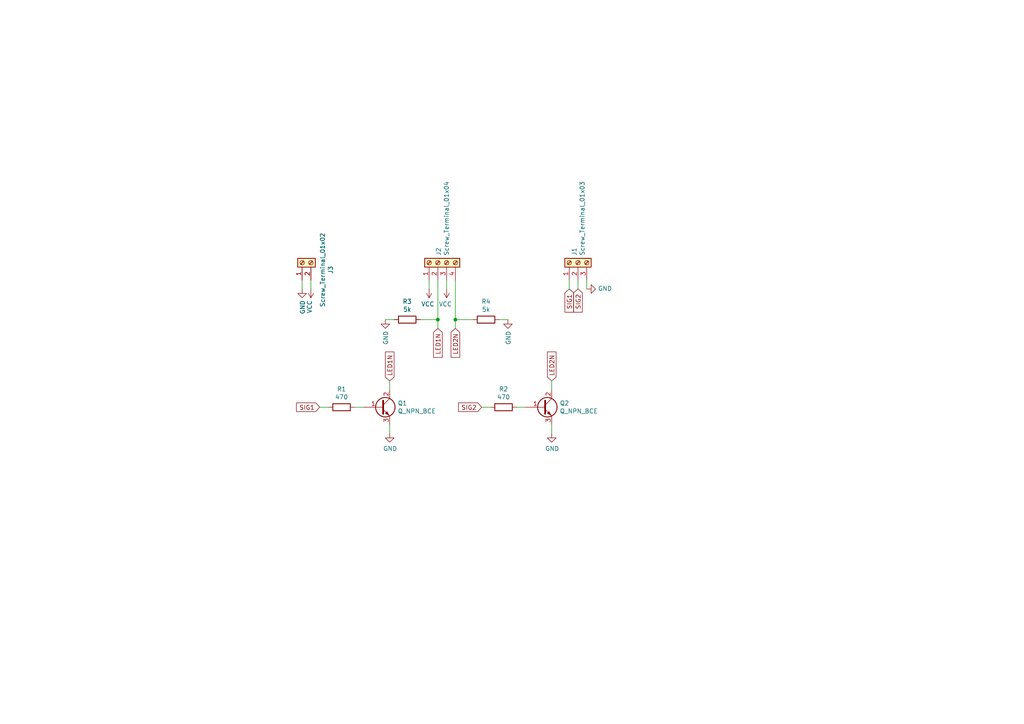
<source format=kicad_sch>
(kicad_sch (version 20211123) (generator eeschema)

  (uuid c201e1b2-fc01-4110-bdaa-a33290468c83)

  (paper "A4")

  (title_block
    (title "LED Module")
    (date "2021-08-19")
    (rev "v01")
    (comment 4 "Author: GHOSCHT")
  )

  (lib_symbols
    (symbol "Connector:Screw_Terminal_01x02" (pin_names (offset 1.016) hide) (in_bom yes) (on_board yes)
      (property "Reference" "J" (id 0) (at 0 2.54 0)
        (effects (font (size 1.27 1.27)))
      )
      (property "Value" "Screw_Terminal_01x02" (id 1) (at 0 -5.08 0)
        (effects (font (size 1.27 1.27)))
      )
      (property "Footprint" "" (id 2) (at 0 0 0)
        (effects (font (size 1.27 1.27)) hide)
      )
      (property "Datasheet" "~" (id 3) (at 0 0 0)
        (effects (font (size 1.27 1.27)) hide)
      )
      (property "ki_keywords" "screw terminal" (id 4) (at 0 0 0)
        (effects (font (size 1.27 1.27)) hide)
      )
      (property "ki_description" "Generic screw terminal, single row, 01x02, script generated (kicad-library-utils/schlib/autogen/connector/)" (id 5) (at 0 0 0)
        (effects (font (size 1.27 1.27)) hide)
      )
      (property "ki_fp_filters" "TerminalBlock*:*" (id 6) (at 0 0 0)
        (effects (font (size 1.27 1.27)) hide)
      )
      (symbol "Screw_Terminal_01x02_1_1"
        (rectangle (start -1.27 1.27) (end 1.27 -3.81)
          (stroke (width 0.254) (type default) (color 0 0 0 0))
          (fill (type background))
        )
        (circle (center 0 -2.54) (radius 0.635)
          (stroke (width 0.1524) (type default) (color 0 0 0 0))
          (fill (type none))
        )
        (polyline
          (pts
            (xy -0.5334 -2.2098)
            (xy 0.3302 -3.048)
          )
          (stroke (width 0.1524) (type default) (color 0 0 0 0))
          (fill (type none))
        )
        (polyline
          (pts
            (xy -0.5334 0.3302)
            (xy 0.3302 -0.508)
          )
          (stroke (width 0.1524) (type default) (color 0 0 0 0))
          (fill (type none))
        )
        (polyline
          (pts
            (xy -0.3556 -2.032)
            (xy 0.508 -2.8702)
          )
          (stroke (width 0.1524) (type default) (color 0 0 0 0))
          (fill (type none))
        )
        (polyline
          (pts
            (xy -0.3556 0.508)
            (xy 0.508 -0.3302)
          )
          (stroke (width 0.1524) (type default) (color 0 0 0 0))
          (fill (type none))
        )
        (circle (center 0 0) (radius 0.635)
          (stroke (width 0.1524) (type default) (color 0 0 0 0))
          (fill (type none))
        )
        (pin passive line (at -5.08 0 0) (length 3.81)
          (name "Pin_1" (effects (font (size 1.27 1.27))))
          (number "1" (effects (font (size 1.27 1.27))))
        )
        (pin passive line (at -5.08 -2.54 0) (length 3.81)
          (name "Pin_2" (effects (font (size 1.27 1.27))))
          (number "2" (effects (font (size 1.27 1.27))))
        )
      )
    )
    (symbol "Connector:Screw_Terminal_01x03" (pin_names (offset 1.016) hide) (in_bom yes) (on_board yes)
      (property "Reference" "J" (id 0) (at 0 5.08 0)
        (effects (font (size 1.27 1.27)))
      )
      (property "Value" "Screw_Terminal_01x03" (id 1) (at 0 -5.08 0)
        (effects (font (size 1.27 1.27)))
      )
      (property "Footprint" "" (id 2) (at 0 0 0)
        (effects (font (size 1.27 1.27)) hide)
      )
      (property "Datasheet" "~" (id 3) (at 0 0 0)
        (effects (font (size 1.27 1.27)) hide)
      )
      (property "ki_keywords" "screw terminal" (id 4) (at 0 0 0)
        (effects (font (size 1.27 1.27)) hide)
      )
      (property "ki_description" "Generic screw terminal, single row, 01x03, script generated (kicad-library-utils/schlib/autogen/connector/)" (id 5) (at 0 0 0)
        (effects (font (size 1.27 1.27)) hide)
      )
      (property "ki_fp_filters" "TerminalBlock*:*" (id 6) (at 0 0 0)
        (effects (font (size 1.27 1.27)) hide)
      )
      (symbol "Screw_Terminal_01x03_1_1"
        (rectangle (start -1.27 3.81) (end 1.27 -3.81)
          (stroke (width 0.254) (type default) (color 0 0 0 0))
          (fill (type background))
        )
        (circle (center 0 -2.54) (radius 0.635)
          (stroke (width 0.1524) (type default) (color 0 0 0 0))
          (fill (type none))
        )
        (polyline
          (pts
            (xy -0.5334 -2.2098)
            (xy 0.3302 -3.048)
          )
          (stroke (width 0.1524) (type default) (color 0 0 0 0))
          (fill (type none))
        )
        (polyline
          (pts
            (xy -0.5334 0.3302)
            (xy 0.3302 -0.508)
          )
          (stroke (width 0.1524) (type default) (color 0 0 0 0))
          (fill (type none))
        )
        (polyline
          (pts
            (xy -0.5334 2.8702)
            (xy 0.3302 2.032)
          )
          (stroke (width 0.1524) (type default) (color 0 0 0 0))
          (fill (type none))
        )
        (polyline
          (pts
            (xy -0.3556 -2.032)
            (xy 0.508 -2.8702)
          )
          (stroke (width 0.1524) (type default) (color 0 0 0 0))
          (fill (type none))
        )
        (polyline
          (pts
            (xy -0.3556 0.508)
            (xy 0.508 -0.3302)
          )
          (stroke (width 0.1524) (type default) (color 0 0 0 0))
          (fill (type none))
        )
        (polyline
          (pts
            (xy -0.3556 3.048)
            (xy 0.508 2.2098)
          )
          (stroke (width 0.1524) (type default) (color 0 0 0 0))
          (fill (type none))
        )
        (circle (center 0 0) (radius 0.635)
          (stroke (width 0.1524) (type default) (color 0 0 0 0))
          (fill (type none))
        )
        (circle (center 0 2.54) (radius 0.635)
          (stroke (width 0.1524) (type default) (color 0 0 0 0))
          (fill (type none))
        )
        (pin passive line (at -5.08 2.54 0) (length 3.81)
          (name "Pin_1" (effects (font (size 1.27 1.27))))
          (number "1" (effects (font (size 1.27 1.27))))
        )
        (pin passive line (at -5.08 0 0) (length 3.81)
          (name "Pin_2" (effects (font (size 1.27 1.27))))
          (number "2" (effects (font (size 1.27 1.27))))
        )
        (pin passive line (at -5.08 -2.54 0) (length 3.81)
          (name "Pin_3" (effects (font (size 1.27 1.27))))
          (number "3" (effects (font (size 1.27 1.27))))
        )
      )
    )
    (symbol "Connector:Screw_Terminal_01x04" (pin_names (offset 1.016) hide) (in_bom yes) (on_board yes)
      (property "Reference" "J" (id 0) (at 0 5.08 0)
        (effects (font (size 1.27 1.27)))
      )
      (property "Value" "Screw_Terminal_01x04" (id 1) (at 0 -7.62 0)
        (effects (font (size 1.27 1.27)))
      )
      (property "Footprint" "" (id 2) (at 0 0 0)
        (effects (font (size 1.27 1.27)) hide)
      )
      (property "Datasheet" "~" (id 3) (at 0 0 0)
        (effects (font (size 1.27 1.27)) hide)
      )
      (property "ki_keywords" "screw terminal" (id 4) (at 0 0 0)
        (effects (font (size 1.27 1.27)) hide)
      )
      (property "ki_description" "Generic screw terminal, single row, 01x04, script generated (kicad-library-utils/schlib/autogen/connector/)" (id 5) (at 0 0 0)
        (effects (font (size 1.27 1.27)) hide)
      )
      (property "ki_fp_filters" "TerminalBlock*:*" (id 6) (at 0 0 0)
        (effects (font (size 1.27 1.27)) hide)
      )
      (symbol "Screw_Terminal_01x04_1_1"
        (rectangle (start -1.27 3.81) (end 1.27 -6.35)
          (stroke (width 0.254) (type default) (color 0 0 0 0))
          (fill (type background))
        )
        (circle (center 0 -5.08) (radius 0.635)
          (stroke (width 0.1524) (type default) (color 0 0 0 0))
          (fill (type none))
        )
        (circle (center 0 -2.54) (radius 0.635)
          (stroke (width 0.1524) (type default) (color 0 0 0 0))
          (fill (type none))
        )
        (polyline
          (pts
            (xy -0.5334 -4.7498)
            (xy 0.3302 -5.588)
          )
          (stroke (width 0.1524) (type default) (color 0 0 0 0))
          (fill (type none))
        )
        (polyline
          (pts
            (xy -0.5334 -2.2098)
            (xy 0.3302 -3.048)
          )
          (stroke (width 0.1524) (type default) (color 0 0 0 0))
          (fill (type none))
        )
        (polyline
          (pts
            (xy -0.5334 0.3302)
            (xy 0.3302 -0.508)
          )
          (stroke (width 0.1524) (type default) (color 0 0 0 0))
          (fill (type none))
        )
        (polyline
          (pts
            (xy -0.5334 2.8702)
            (xy 0.3302 2.032)
          )
          (stroke (width 0.1524) (type default) (color 0 0 0 0))
          (fill (type none))
        )
        (polyline
          (pts
            (xy -0.3556 -4.572)
            (xy 0.508 -5.4102)
          )
          (stroke (width 0.1524) (type default) (color 0 0 0 0))
          (fill (type none))
        )
        (polyline
          (pts
            (xy -0.3556 -2.032)
            (xy 0.508 -2.8702)
          )
          (stroke (width 0.1524) (type default) (color 0 0 0 0))
          (fill (type none))
        )
        (polyline
          (pts
            (xy -0.3556 0.508)
            (xy 0.508 -0.3302)
          )
          (stroke (width 0.1524) (type default) (color 0 0 0 0))
          (fill (type none))
        )
        (polyline
          (pts
            (xy -0.3556 3.048)
            (xy 0.508 2.2098)
          )
          (stroke (width 0.1524) (type default) (color 0 0 0 0))
          (fill (type none))
        )
        (circle (center 0 0) (radius 0.635)
          (stroke (width 0.1524) (type default) (color 0 0 0 0))
          (fill (type none))
        )
        (circle (center 0 2.54) (radius 0.635)
          (stroke (width 0.1524) (type default) (color 0 0 0 0))
          (fill (type none))
        )
        (pin passive line (at -5.08 2.54 0) (length 3.81)
          (name "Pin_1" (effects (font (size 1.27 1.27))))
          (number "1" (effects (font (size 1.27 1.27))))
        )
        (pin passive line (at -5.08 0 0) (length 3.81)
          (name "Pin_2" (effects (font (size 1.27 1.27))))
          (number "2" (effects (font (size 1.27 1.27))))
        )
        (pin passive line (at -5.08 -2.54 0) (length 3.81)
          (name "Pin_3" (effects (font (size 1.27 1.27))))
          (number "3" (effects (font (size 1.27 1.27))))
        )
        (pin passive line (at -5.08 -5.08 0) (length 3.81)
          (name "Pin_4" (effects (font (size 1.27 1.27))))
          (number "4" (effects (font (size 1.27 1.27))))
        )
      )
    )
    (symbol "Device:Q_NPN_BCE" (pin_names (offset 0) hide) (in_bom yes) (on_board yes)
      (property "Reference" "Q" (id 0) (at 5.08 1.27 0)
        (effects (font (size 1.27 1.27)) (justify left))
      )
      (property "Value" "Q_NPN_BCE" (id 1) (at 5.08 -1.27 0)
        (effects (font (size 1.27 1.27)) (justify left))
      )
      (property "Footprint" "" (id 2) (at 5.08 2.54 0)
        (effects (font (size 1.27 1.27)) hide)
      )
      (property "Datasheet" "~" (id 3) (at 0 0 0)
        (effects (font (size 1.27 1.27)) hide)
      )
      (property "ki_keywords" "transistor NPN" (id 4) (at 0 0 0)
        (effects (font (size 1.27 1.27)) hide)
      )
      (property "ki_description" "NPN transistor, base/collector/emitter" (id 5) (at 0 0 0)
        (effects (font (size 1.27 1.27)) hide)
      )
      (symbol "Q_NPN_BCE_0_1"
        (polyline
          (pts
            (xy 0.635 0.635)
            (xy 2.54 2.54)
          )
          (stroke (width 0) (type default) (color 0 0 0 0))
          (fill (type none))
        )
        (polyline
          (pts
            (xy 0.635 -0.635)
            (xy 2.54 -2.54)
            (xy 2.54 -2.54)
          )
          (stroke (width 0) (type default) (color 0 0 0 0))
          (fill (type none))
        )
        (polyline
          (pts
            (xy 0.635 1.905)
            (xy 0.635 -1.905)
            (xy 0.635 -1.905)
          )
          (stroke (width 0.508) (type default) (color 0 0 0 0))
          (fill (type none))
        )
        (polyline
          (pts
            (xy 1.27 -1.778)
            (xy 1.778 -1.27)
            (xy 2.286 -2.286)
            (xy 1.27 -1.778)
            (xy 1.27 -1.778)
          )
          (stroke (width 0) (type default) (color 0 0 0 0))
          (fill (type outline))
        )
        (circle (center 1.27 0) (radius 2.8194)
          (stroke (width 0.254) (type default) (color 0 0 0 0))
          (fill (type none))
        )
      )
      (symbol "Q_NPN_BCE_1_1"
        (pin input line (at -5.08 0 0) (length 5.715)
          (name "B" (effects (font (size 1.27 1.27))))
          (number "1" (effects (font (size 1.27 1.27))))
        )
        (pin passive line (at 2.54 5.08 270) (length 2.54)
          (name "C" (effects (font (size 1.27 1.27))))
          (number "2" (effects (font (size 1.27 1.27))))
        )
        (pin passive line (at 2.54 -5.08 90) (length 2.54)
          (name "E" (effects (font (size 1.27 1.27))))
          (number "3" (effects (font (size 1.27 1.27))))
        )
      )
    )
    (symbol "Device:R" (pin_numbers hide) (pin_names (offset 0)) (in_bom yes) (on_board yes)
      (property "Reference" "R" (id 0) (at 2.032 0 90)
        (effects (font (size 1.27 1.27)))
      )
      (property "Value" "R" (id 1) (at 0 0 90)
        (effects (font (size 1.27 1.27)))
      )
      (property "Footprint" "" (id 2) (at -1.778 0 90)
        (effects (font (size 1.27 1.27)) hide)
      )
      (property "Datasheet" "~" (id 3) (at 0 0 0)
        (effects (font (size 1.27 1.27)) hide)
      )
      (property "ki_keywords" "R res resistor" (id 4) (at 0 0 0)
        (effects (font (size 1.27 1.27)) hide)
      )
      (property "ki_description" "Resistor" (id 5) (at 0 0 0)
        (effects (font (size 1.27 1.27)) hide)
      )
      (property "ki_fp_filters" "R_*" (id 6) (at 0 0 0)
        (effects (font (size 1.27 1.27)) hide)
      )
      (symbol "R_0_1"
        (rectangle (start -1.016 -2.54) (end 1.016 2.54)
          (stroke (width 0.254) (type default) (color 0 0 0 0))
          (fill (type none))
        )
      )
      (symbol "R_1_1"
        (pin passive line (at 0 3.81 270) (length 1.27)
          (name "~" (effects (font (size 1.27 1.27))))
          (number "1" (effects (font (size 1.27 1.27))))
        )
        (pin passive line (at 0 -3.81 90) (length 1.27)
          (name "~" (effects (font (size 1.27 1.27))))
          (number "2" (effects (font (size 1.27 1.27))))
        )
      )
    )
    (symbol "power:GND" (power) (pin_names (offset 0)) (in_bom yes) (on_board yes)
      (property "Reference" "#PWR" (id 0) (at 0 -6.35 0)
        (effects (font (size 1.27 1.27)) hide)
      )
      (property "Value" "GND" (id 1) (at 0 -3.81 0)
        (effects (font (size 1.27 1.27)))
      )
      (property "Footprint" "" (id 2) (at 0 0 0)
        (effects (font (size 1.27 1.27)) hide)
      )
      (property "Datasheet" "" (id 3) (at 0 0 0)
        (effects (font (size 1.27 1.27)) hide)
      )
      (property "ki_keywords" "power-flag" (id 4) (at 0 0 0)
        (effects (font (size 1.27 1.27)) hide)
      )
      (property "ki_description" "Power symbol creates a global label with name \"GND\" , ground" (id 5) (at 0 0 0)
        (effects (font (size 1.27 1.27)) hide)
      )
      (symbol "GND_0_1"
        (polyline
          (pts
            (xy 0 0)
            (xy 0 -1.27)
            (xy 1.27 -1.27)
            (xy 0 -2.54)
            (xy -1.27 -1.27)
            (xy 0 -1.27)
          )
          (stroke (width 0) (type default) (color 0 0 0 0))
          (fill (type none))
        )
      )
      (symbol "GND_1_1"
        (pin power_in line (at 0 0 270) (length 0) hide
          (name "GND" (effects (font (size 1.27 1.27))))
          (number "1" (effects (font (size 1.27 1.27))))
        )
      )
    )
    (symbol "power:VCC" (power) (pin_names (offset 0)) (in_bom yes) (on_board yes)
      (property "Reference" "#PWR" (id 0) (at 0 -3.81 0)
        (effects (font (size 1.27 1.27)) hide)
      )
      (property "Value" "VCC" (id 1) (at 0 3.81 0)
        (effects (font (size 1.27 1.27)))
      )
      (property "Footprint" "" (id 2) (at 0 0 0)
        (effects (font (size 1.27 1.27)) hide)
      )
      (property "Datasheet" "" (id 3) (at 0 0 0)
        (effects (font (size 1.27 1.27)) hide)
      )
      (property "ki_keywords" "power-flag" (id 4) (at 0 0 0)
        (effects (font (size 1.27 1.27)) hide)
      )
      (property "ki_description" "Power symbol creates a global label with name \"VCC\"" (id 5) (at 0 0 0)
        (effects (font (size 1.27 1.27)) hide)
      )
      (symbol "VCC_0_1"
        (polyline
          (pts
            (xy -0.762 1.27)
            (xy 0 2.54)
          )
          (stroke (width 0) (type default) (color 0 0 0 0))
          (fill (type none))
        )
        (polyline
          (pts
            (xy 0 0)
            (xy 0 2.54)
          )
          (stroke (width 0) (type default) (color 0 0 0 0))
          (fill (type none))
        )
        (polyline
          (pts
            (xy 0 2.54)
            (xy 0.762 1.27)
          )
          (stroke (width 0) (type default) (color 0 0 0 0))
          (fill (type none))
        )
      )
      (symbol "VCC_1_1"
        (pin power_in line (at 0 0 90) (length 0) hide
          (name "VCC" (effects (font (size 1.27 1.27))))
          (number "1" (effects (font (size 1.27 1.27))))
        )
      )
    )
  )

  (junction (at 132.08 92.71) (diameter 0) (color 0 0 0 0)
    (uuid 03c52831-5dc5-43c5-a442-8d23643b46fb)
  )
  (junction (at 127 92.71) (diameter 0) (color 0 0 0 0)
    (uuid 0b21a65d-d20b-411e-920a-75c343ac5136)
  )

  (wire (pts (xy 102.87 118.11) (xy 105.41 118.11))
    (stroke (width 0) (type default) (color 0 0 0 0))
    (uuid 0d0bb7b2-a6e5-46d2-9492-a1aa6e5a7b2f)
  )
  (wire (pts (xy 127 92.71) (xy 127 95.25))
    (stroke (width 0) (type default) (color 0 0 0 0))
    (uuid 3cd1bda0-18db-417d-b581-a0c50623df68)
  )
  (wire (pts (xy 129.54 81.28) (xy 129.54 83.82))
    (stroke (width 0) (type default) (color 0 0 0 0))
    (uuid 3f5fe6b7-98fc-4d3e-9567-f9f7202d1455)
  )
  (wire (pts (xy 113.03 123.19) (xy 113.03 125.73))
    (stroke (width 0) (type default) (color 0 0 0 0))
    (uuid 54365317-1355-4216-bb75-829375abc4ec)
  )
  (wire (pts (xy 127 81.28) (xy 127 92.71))
    (stroke (width 0) (type default) (color 0 0 0 0))
    (uuid 5cbb5968-dbb5-4b84-864a-ead1cacf75b9)
  )
  (wire (pts (xy 160.02 110.49) (xy 160.02 113.03))
    (stroke (width 0) (type default) (color 0 0 0 0))
    (uuid 5fc27c35-3e1c-4f96-817c-93b5570858a6)
  )
  (wire (pts (xy 90.17 81.28) (xy 90.17 83.82))
    (stroke (width 0) (type default) (color 0 0 0 0))
    (uuid 6a45789b-3855-401f-8139-3c734f7f52f9)
  )
  (wire (pts (xy 87.63 81.28) (xy 87.63 83.82))
    (stroke (width 0) (type default) (color 0 0 0 0))
    (uuid 6c9b793c-e74d-4754-a2c0-901e73b26f1c)
  )
  (wire (pts (xy 167.64 81.28) (xy 167.64 83.82))
    (stroke (width 0) (type default) (color 0 0 0 0))
    (uuid 6e105729-aba0-497c-a99e-c32d2b3ddb6d)
  )
  (wire (pts (xy 165.1 81.28) (xy 165.1 83.82))
    (stroke (width 0) (type default) (color 0 0 0 0))
    (uuid 78cbdd6c-4878-4cc5-9a58-0e506478e37d)
  )
  (wire (pts (xy 170.18 81.28) (xy 170.18 83.82))
    (stroke (width 0) (type default) (color 0 0 0 0))
    (uuid 983c426c-24e0-4c65-ab69-1f1824adc5c6)
  )
  (wire (pts (xy 132.08 92.71) (xy 132.08 95.25))
    (stroke (width 0) (type default) (color 0 0 0 0))
    (uuid a1823eb2-fb0d-4ed8-8b96-04184ac3a9d5)
  )
  (wire (pts (xy 160.02 123.19) (xy 160.02 125.73))
    (stroke (width 0) (type default) (color 0 0 0 0))
    (uuid a3e4f0ae-9f86-49e9-b386-ed8b42e012fb)
  )
  (wire (pts (xy 92.71 118.11) (xy 95.25 118.11))
    (stroke (width 0) (type default) (color 0 0 0 0))
    (uuid a690fc6c-55d9-47e6-b533-faa4b67e20f3)
  )
  (wire (pts (xy 124.46 81.28) (xy 124.46 83.82))
    (stroke (width 0) (type default) (color 0 0 0 0))
    (uuid afb8e687-4a13-41a1-b8c0-89a749e897fe)
  )
  (wire (pts (xy 149.86 118.11) (xy 152.4 118.11))
    (stroke (width 0) (type default) (color 0 0 0 0))
    (uuid b1169a2d-8998-4b50-a48d-c520bcc1b8e1)
  )
  (wire (pts (xy 132.08 81.28) (xy 132.08 92.71))
    (stroke (width 0) (type default) (color 0 0 0 0))
    (uuid bb7f0588-d4d8-44bf-9ebf-3c533fe4d6ae)
  )
  (wire (pts (xy 111.76 92.71) (xy 114.3 92.71))
    (stroke (width 0) (type default) (color 0 0 0 0))
    (uuid bfc0aadc-38cf-466e-a642-68fdc3138c78)
  )
  (wire (pts (xy 113.03 110.49) (xy 113.03 113.03))
    (stroke (width 0) (type default) (color 0 0 0 0))
    (uuid c144caa5-b0d4-4cef-840a-d4ad178a2102)
  )
  (wire (pts (xy 144.78 92.71) (xy 147.32 92.71))
    (stroke (width 0) (type default) (color 0 0 0 0))
    (uuid d4a1d3c4-b315-4bec-9220-d12a9eab51e0)
  )
  (wire (pts (xy 132.08 92.71) (xy 137.16 92.71))
    (stroke (width 0) (type default) (color 0 0 0 0))
    (uuid d57dcfee-5058-4fc2-a68b-05f9a48f685b)
  )
  (wire (pts (xy 139.7 118.11) (xy 142.24 118.11))
    (stroke (width 0) (type default) (color 0 0 0 0))
    (uuid efeac2a2-7682-4dc7-83ee-f6f1b23da506)
  )
  (wire (pts (xy 121.92 92.71) (xy 127 92.71))
    (stroke (width 0) (type default) (color 0 0 0 0))
    (uuid fe8d9267-7834-48d6-a191-c8724b2ee78d)
  )

  (global_label "SIG2" (shape input) (at 167.64 83.82 270) (fields_autoplaced)
    (effects (font (size 1.27 1.27)) (justify right))
    (uuid 13abf99d-5265-4779-8973-e94370fd18ff)
    (property "Intersheet References" "${INTERSHEET_REFS}" (id 0) (at 0 0 0)
      (effects (font (size 1.27 1.27)) hide)
    )
  )
  (global_label "SIG1" (shape input) (at 165.1 83.82 270) (fields_autoplaced)
    (effects (font (size 1.27 1.27)) (justify right))
    (uuid 32667662-ae86-4904-b198-3e95f11851bf)
    (property "Intersheet References" "${INTERSHEET_REFS}" (id 0) (at 0 0 0)
      (effects (font (size 1.27 1.27)) hide)
    )
  )
  (global_label "LED2N" (shape input) (at 132.08 95.25 270) (fields_autoplaced)
    (effects (font (size 1.27 1.27)) (justify right))
    (uuid 62c076a3-d618-44a2-9042-9a08b3576787)
    (property "Intersheet References" "${INTERSHEET_REFS}" (id 0) (at 0 0 0)
      (effects (font (size 1.27 1.27)) hide)
    )
  )
  (global_label "LED1N" (shape input) (at 127 95.25 270) (fields_autoplaced)
    (effects (font (size 1.27 1.27)) (justify right))
    (uuid c1d83899-e380-49f9-a87d-8e78bc089ebf)
    (property "Intersheet References" "${INTERSHEET_REFS}" (id 0) (at 0 0 0)
      (effects (font (size 1.27 1.27)) hide)
    )
  )
  (global_label "SIG2" (shape input) (at 139.7 118.11 180) (fields_autoplaced)
    (effects (font (size 1.27 1.27)) (justify right))
    (uuid e8314017-7be6-4011-9179-37449a29b311)
    (property "Intersheet References" "${INTERSHEET_REFS}" (id 0) (at 0 0 0)
      (effects (font (size 1.27 1.27)) hide)
    )
  )
  (global_label "LED2N" (shape input) (at 160.02 110.49 90) (fields_autoplaced)
    (effects (font (size 1.27 1.27)) (justify left))
    (uuid eb667eea-300e-4ca7-8a6f-4b00de80cd45)
    (property "Intersheet References" "${INTERSHEET_REFS}" (id 0) (at 0 0 0)
      (effects (font (size 1.27 1.27)) hide)
    )
  )
  (global_label "LED1N" (shape input) (at 113.03 110.49 90) (fields_autoplaced)
    (effects (font (size 1.27 1.27)) (justify left))
    (uuid ef8fe2ac-6a7f-4682-9418-b801a1b10a3b)
    (property "Intersheet References" "${INTERSHEET_REFS}" (id 0) (at 0 0 0)
      (effects (font (size 1.27 1.27)) hide)
    )
  )
  (global_label "SIG1" (shape input) (at 92.71 118.11 180) (fields_autoplaced)
    (effects (font (size 1.27 1.27)) (justify right))
    (uuid f1830a1b-f0cc-47ae-a2c9-679c82032f14)
    (property "Intersheet References" "${INTERSHEET_REFS}" (id 0) (at 0 0 0)
      (effects (font (size 1.27 1.27)) hide)
    )
  )

  (symbol (lib_id "Connector:Screw_Terminal_01x03") (at 167.64 76.2 90) (unit 1)
    (in_bom yes) (on_board yes)
    (uuid 00000000-0000-0000-0000-0000611c0292)
    (property "Reference" "J1" (id 0) (at 166.5732 74.168 0)
      (effects (font (size 1.27 1.27)) (justify left))
    )
    (property "Value" "Screw_Terminal_01x03" (id 1) (at 168.8846 74.168 0)
      (effects (font (size 1.27 1.27)) (justify left))
    )
    (property "Footprint" "CUI_TB006-508-03BE:CUI_TB006-508-03BE" (id 2) (at 167.64 76.2 0)
      (effects (font (size 1.27 1.27)) hide)
    )
    (property "Datasheet" "~" (id 3) (at 167.64 76.2 0)
      (effects (font (size 1.27 1.27)) hide)
    )
    (pin "1" (uuid 6052050c-da34-43cc-9aac-59e8d7d4f686))
    (pin "2" (uuid 550980db-668a-4cd5-b944-6f8f90a64b92))
    (pin "3" (uuid 8cb3cc65-5125-4b26-8805-a87acd967839))
  )

  (symbol (lib_id "Connector:Screw_Terminal_01x04") (at 127 76.2 90) (unit 1)
    (in_bom yes) (on_board yes)
    (uuid 00000000-0000-0000-0000-0000611c148e)
    (property "Reference" "J2" (id 0) (at 127.2032 74.168 0)
      (effects (font (size 1.27 1.27)) (justify left))
    )
    (property "Value" "Screw_Terminal_01x04" (id 1) (at 129.5146 74.168 0)
      (effects (font (size 1.27 1.27)) (justify left))
    )
    (property "Footprint" "CUI_TB006-508-04BE:CUI_TB006-508-04BE" (id 2) (at 127 76.2 0)
      (effects (font (size 1.27 1.27)) hide)
    )
    (property "Datasheet" "~" (id 3) (at 127 76.2 0)
      (effects (font (size 1.27 1.27)) hide)
    )
    (pin "1" (uuid 9b25830f-8680-4123-97e4-d449d7dad230))
    (pin "2" (uuid 29035121-0aea-43d4-84c3-407eaf637115))
    (pin "3" (uuid dccb8703-1144-4687-8abe-20541329f504))
    (pin "4" (uuid 764a61a8-ef84-4cd1-ace7-508108532a81))
  )

  (symbol (lib_id "Device:Q_NPN_BCE") (at 110.49 118.11 0) (unit 1)
    (in_bom yes) (on_board yes)
    (uuid 00000000-0000-0000-0000-0000611c28df)
    (property "Reference" "Q1" (id 0) (at 115.3414 116.9416 0)
      (effects (font (size 1.27 1.27)) (justify left))
    )
    (property "Value" "Q_NPN_BCE" (id 1) (at 115.3414 119.253 0)
      (effects (font (size 1.27 1.27)) (justify left))
    )
    (property "Footprint" "Package_TO_SOT_SMD:SOT-23_Handsoldering" (id 2) (at 115.57 115.57 0)
      (effects (font (size 1.27 1.27)) hide)
    )
    (property "Datasheet" "~" (id 3) (at 110.49 118.11 0)
      (effects (font (size 1.27 1.27)) hide)
    )
    (pin "1" (uuid 49312d93-17d6-41a2-946a-c2ee8444b2f9))
    (pin "2" (uuid 90beeaca-541b-4834-a13b-1d183faac8dd))
    (pin "3" (uuid 329925c4-f7c8-4ccc-a305-38a9587a7d3d))
  )

  (symbol (lib_id "Device:Q_NPN_BCE") (at 157.48 118.11 0) (unit 1)
    (in_bom yes) (on_board yes)
    (uuid 00000000-0000-0000-0000-0000611c3b1e)
    (property "Reference" "Q2" (id 0) (at 162.3314 116.9416 0)
      (effects (font (size 1.27 1.27)) (justify left))
    )
    (property "Value" "Q_NPN_BCE" (id 1) (at 162.3314 119.253 0)
      (effects (font (size 1.27 1.27)) (justify left))
    )
    (property "Footprint" "Package_TO_SOT_SMD:SOT-23_Handsoldering" (id 2) (at 162.56 115.57 0)
      (effects (font (size 1.27 1.27)) hide)
    )
    (property "Datasheet" "~" (id 3) (at 157.48 118.11 0)
      (effects (font (size 1.27 1.27)) hide)
    )
    (pin "1" (uuid 81864310-de0f-474f-a386-3d66257a5b96))
    (pin "2" (uuid 1b393ee4-7508-4a1a-9161-edde4ff8fac8))
    (pin "3" (uuid ca9d9e66-1006-4997-931c-0d5b3447030e))
  )

  (symbol (lib_id "Connector:Screw_Terminal_01x02") (at 87.63 76.2 90) (unit 1)
    (in_bom yes) (on_board yes)
    (uuid 00000000-0000-0000-0000-0000611de627)
    (property "Reference" "J3" (id 0) (at 95.885 78.2828 0))
    (property "Value" "Screw_Terminal_01x02" (id 1) (at 93.5736 78.2828 0))
    (property "Footprint" "CUI_TB006-508-02BE:CUI_TB006-508-02BE" (id 2) (at 87.63 76.2 0)
      (effects (font (size 1.27 1.27)) hide)
    )
    (property "Datasheet" "~" (id 3) (at 87.63 76.2 0)
      (effects (font (size 1.27 1.27)) hide)
    )
    (pin "1" (uuid 81eda675-3429-4f2a-91bf-06dac2ffb0f0))
    (pin "2" (uuid 46617ce2-1265-4f59-a0fc-6e8dc47f28ac))
  )

  (symbol (lib_id "Device:R") (at 99.06 118.11 270) (unit 1)
    (in_bom yes) (on_board yes)
    (uuid 00000000-0000-0000-0000-0000611dff5b)
    (property "Reference" "R1" (id 0) (at 99.06 112.8522 90))
    (property "Value" "470" (id 1) (at 99.06 115.1636 90))
    (property "Footprint" "Resistor_SMD:R_0805_2012Metric_Pad1.20x1.40mm_HandSolder" (id 2) (at 99.06 116.332 90)
      (effects (font (size 1.27 1.27)) hide)
    )
    (property "Datasheet" "~" (id 3) (at 99.06 118.11 0)
      (effects (font (size 1.27 1.27)) hide)
    )
    (pin "1" (uuid cc895a5c-efa8-4628-844b-c7781e0d4a45))
    (pin "2" (uuid 3f1717da-c2b7-4d38-b9a5-8abd43087c9e))
  )

  (symbol (lib_id "Device:R") (at 146.05 118.11 270) (unit 1)
    (in_bom yes) (on_board yes)
    (uuid 00000000-0000-0000-0000-0000611e2082)
    (property "Reference" "R2" (id 0) (at 146.05 112.8522 90))
    (property "Value" "470" (id 1) (at 146.05 115.1636 90))
    (property "Footprint" "Resistor_SMD:R_0805_2012Metric_Pad1.20x1.40mm_HandSolder" (id 2) (at 146.05 116.332 90)
      (effects (font (size 1.27 1.27)) hide)
    )
    (property "Datasheet" "~" (id 3) (at 146.05 118.11 0)
      (effects (font (size 1.27 1.27)) hide)
    )
    (pin "1" (uuid 5a001a69-ef3d-4cc2-a216-0a8311aaf101))
    (pin "2" (uuid d3f5ae81-c099-4459-a6df-ea10a73c3923))
  )

  (symbol (lib_id "power:GND") (at 87.63 83.82 0) (unit 1)
    (in_bom yes) (on_board yes)
    (uuid 00000000-0000-0000-0000-0000611e3ce7)
    (property "Reference" "#PWR0101" (id 0) (at 87.63 90.17 0)
      (effects (font (size 1.27 1.27)) hide)
    )
    (property "Value" "GND" (id 1) (at 87.757 87.0712 90)
      (effects (font (size 1.27 1.27)) (justify right))
    )
    (property "Footprint" "" (id 2) (at 87.63 83.82 0)
      (effects (font (size 1.27 1.27)) hide)
    )
    (property "Datasheet" "" (id 3) (at 87.63 83.82 0)
      (effects (font (size 1.27 1.27)) hide)
    )
    (pin "1" (uuid 859f0b7a-b9ab-4557-9112-81e9320ce530))
  )

  (symbol (lib_id "power:VCC") (at 90.17 83.82 180) (unit 1)
    (in_bom yes) (on_board yes)
    (uuid 00000000-0000-0000-0000-0000611e53d3)
    (property "Reference" "#PWR0102" (id 0) (at 90.17 80.01 0)
      (effects (font (size 1.27 1.27)) hide)
    )
    (property "Value" "VCC" (id 1) (at 89.789 87.0712 90)
      (effects (font (size 1.27 1.27)) (justify left))
    )
    (property "Footprint" "" (id 2) (at 90.17 83.82 0)
      (effects (font (size 1.27 1.27)) hide)
    )
    (property "Datasheet" "" (id 3) (at 90.17 83.82 0)
      (effects (font (size 1.27 1.27)) hide)
    )
    (pin "1" (uuid 6d0650ff-eadf-47ba-a9de-6e2aef54e288))
  )

  (symbol (lib_id "power:GND") (at 170.18 83.82 90) (unit 1)
    (in_bom yes) (on_board yes)
    (uuid 00000000-0000-0000-0000-0000611e9c47)
    (property "Reference" "#PWR0103" (id 0) (at 176.53 83.82 0)
      (effects (font (size 1.27 1.27)) hide)
    )
    (property "Value" "GND" (id 1) (at 173.4312 83.693 90)
      (effects (font (size 1.27 1.27)) (justify right))
    )
    (property "Footprint" "" (id 2) (at 170.18 83.82 0)
      (effects (font (size 1.27 1.27)) hide)
    )
    (property "Datasheet" "" (id 3) (at 170.18 83.82 0)
      (effects (font (size 1.27 1.27)) hide)
    )
    (pin "1" (uuid 998b8d29-79e5-4f25-ad0d-34f31dd14f77))
  )

  (symbol (lib_id "power:VCC") (at 124.46 83.82 180) (unit 1)
    (in_bom yes) (on_board yes)
    (uuid 00000000-0000-0000-0000-0000611eba5e)
    (property "Reference" "#PWR0104" (id 0) (at 124.46 80.01 0)
      (effects (font (size 1.27 1.27)) hide)
    )
    (property "Value" "VCC" (id 1) (at 124.079 88.2142 0))
    (property "Footprint" "" (id 2) (at 124.46 83.82 0)
      (effects (font (size 1.27 1.27)) hide)
    )
    (property "Datasheet" "" (id 3) (at 124.46 83.82 0)
      (effects (font (size 1.27 1.27)) hide)
    )
    (pin "1" (uuid 3ddeaedb-1db1-4be3-949b-b75a174d871c))
  )

  (symbol (lib_id "power:VCC") (at 129.54 83.82 180) (unit 1)
    (in_bom yes) (on_board yes)
    (uuid 00000000-0000-0000-0000-0000611ec580)
    (property "Reference" "#PWR0105" (id 0) (at 129.54 80.01 0)
      (effects (font (size 1.27 1.27)) hide)
    )
    (property "Value" "VCC" (id 1) (at 129.159 88.2142 0))
    (property "Footprint" "" (id 2) (at 129.54 83.82 0)
      (effects (font (size 1.27 1.27)) hide)
    )
    (property "Datasheet" "" (id 3) (at 129.54 83.82 0)
      (effects (font (size 1.27 1.27)) hide)
    )
    (pin "1" (uuid d6f23471-6e15-45d1-80eb-2ace0b1a8ab5))
  )

  (symbol (lib_id "power:GND") (at 113.03 125.73 0) (unit 1)
    (in_bom yes) (on_board yes)
    (uuid 00000000-0000-0000-0000-0000611ece69)
    (property "Reference" "#PWR0106" (id 0) (at 113.03 132.08 0)
      (effects (font (size 1.27 1.27)) hide)
    )
    (property "Value" "GND" (id 1) (at 113.157 130.1242 0))
    (property "Footprint" "" (id 2) (at 113.03 125.73 0)
      (effects (font (size 1.27 1.27)) hide)
    )
    (property "Datasheet" "" (id 3) (at 113.03 125.73 0)
      (effects (font (size 1.27 1.27)) hide)
    )
    (pin "1" (uuid 48e05e7f-ba29-4099-8a52-08d8822370c0))
  )

  (symbol (lib_id "power:GND") (at 160.02 125.73 0) (unit 1)
    (in_bom yes) (on_board yes)
    (uuid 00000000-0000-0000-0000-0000611ee345)
    (property "Reference" "#PWR0107" (id 0) (at 160.02 132.08 0)
      (effects (font (size 1.27 1.27)) hide)
    )
    (property "Value" "GND" (id 1) (at 160.147 130.1242 0))
    (property "Footprint" "" (id 2) (at 160.02 125.73 0)
      (effects (font (size 1.27 1.27)) hide)
    )
    (property "Datasheet" "" (id 3) (at 160.02 125.73 0)
      (effects (font (size 1.27 1.27)) hide)
    )
    (pin "1" (uuid d19e40b8-933b-4bcd-9c80-ca23b58678e9))
  )

  (symbol (lib_id "Device:R") (at 118.11 92.71 270) (unit 1)
    (in_bom yes) (on_board yes)
    (uuid 00000000-0000-0000-0000-0000611f381a)
    (property "Reference" "R3" (id 0) (at 118.11 87.4522 90))
    (property "Value" "5k" (id 1) (at 118.11 89.7636 90))
    (property "Footprint" "Resistor_SMD:R_0805_2012Metric_Pad1.20x1.40mm_HandSolder" (id 2) (at 118.11 90.932 90)
      (effects (font (size 1.27 1.27)) hide)
    )
    (property "Datasheet" "~" (id 3) (at 118.11 92.71 0)
      (effects (font (size 1.27 1.27)) hide)
    )
    (pin "1" (uuid 0f08a8c6-11cf-4383-9f9b-5cef99d18ad8))
    (pin "2" (uuid 084e4e23-e867-49dc-b339-af0b00b88a5a))
  )

  (symbol (lib_id "Device:R") (at 140.97 92.71 270) (unit 1)
    (in_bom yes) (on_board yes)
    (uuid 00000000-0000-0000-0000-0000611f53b7)
    (property "Reference" "R4" (id 0) (at 140.97 87.4522 90))
    (property "Value" "5k" (id 1) (at 140.97 89.7636 90))
    (property "Footprint" "Resistor_SMD:R_0805_2012Metric_Pad1.20x1.40mm_HandSolder" (id 2) (at 140.97 90.932 90)
      (effects (font (size 1.27 1.27)) hide)
    )
    (property "Datasheet" "~" (id 3) (at 140.97 92.71 0)
      (effects (font (size 1.27 1.27)) hide)
    )
    (pin "1" (uuid 8a364659-d8c1-4c5d-bc2d-c60a6c5f774e))
    (pin "2" (uuid 875cc3a3-543e-493d-ace4-a0f933e2974a))
  )

  (symbol (lib_id "power:GND") (at 111.76 92.71 0) (unit 1)
    (in_bom yes) (on_board yes)
    (uuid 00000000-0000-0000-0000-0000611f6afb)
    (property "Reference" "#PWR0108" (id 0) (at 111.76 99.06 0)
      (effects (font (size 1.27 1.27)) hide)
    )
    (property "Value" "GND" (id 1) (at 111.887 95.9612 90)
      (effects (font (size 1.27 1.27)) (justify right))
    )
    (property "Footprint" "" (id 2) (at 111.76 92.71 0)
      (effects (font (size 1.27 1.27)) hide)
    )
    (property "Datasheet" "" (id 3) (at 111.76 92.71 0)
      (effects (font (size 1.27 1.27)) hide)
    )
    (pin "1" (uuid c29a7562-fbde-47c3-910d-898cda22907c))
  )

  (symbol (lib_id "power:GND") (at 147.32 92.71 0) (unit 1)
    (in_bom yes) (on_board yes)
    (uuid 00000000-0000-0000-0000-0000611f7bd4)
    (property "Reference" "#PWR0109" (id 0) (at 147.32 99.06 0)
      (effects (font (size 1.27 1.27)) hide)
    )
    (property "Value" "GND" (id 1) (at 147.447 95.9612 90)
      (effects (font (size 1.27 1.27)) (justify right))
    )
    (property "Footprint" "" (id 2) (at 147.32 92.71 0)
      (effects (font (size 1.27 1.27)) hide)
    )
    (property "Datasheet" "" (id 3) (at 147.32 92.71 0)
      (effects (font (size 1.27 1.27)) hide)
    )
    (pin "1" (uuid 1e8db400-d80f-456a-a54d-c4ec62096ce3))
  )

  (sheet_instances
    (path "/" (page "1"))
  )

  (symbol_instances
    (path "/00000000-0000-0000-0000-0000611e3ce7"
      (reference "#PWR0101") (unit 1) (value "GND") (footprint "")
    )
    (path "/00000000-0000-0000-0000-0000611e53d3"
      (reference "#PWR0102") (unit 1) (value "VCC") (footprint "")
    )
    (path "/00000000-0000-0000-0000-0000611e9c47"
      (reference "#PWR0103") (unit 1) (value "GND") (footprint "")
    )
    (path "/00000000-0000-0000-0000-0000611eba5e"
      (reference "#PWR0104") (unit 1) (value "VCC") (footprint "")
    )
    (path "/00000000-0000-0000-0000-0000611ec580"
      (reference "#PWR0105") (unit 1) (value "VCC") (footprint "")
    )
    (path "/00000000-0000-0000-0000-0000611ece69"
      (reference "#PWR0106") (unit 1) (value "GND") (footprint "")
    )
    (path "/00000000-0000-0000-0000-0000611ee345"
      (reference "#PWR0107") (unit 1) (value "GND") (footprint "")
    )
    (path "/00000000-0000-0000-0000-0000611f6afb"
      (reference "#PWR0108") (unit 1) (value "GND") (footprint "")
    )
    (path "/00000000-0000-0000-0000-0000611f7bd4"
      (reference "#PWR0109") (unit 1) (value "GND") (footprint "")
    )
    (path "/00000000-0000-0000-0000-0000611c0292"
      (reference "J1") (unit 1) (value "Screw_Terminal_01x03") (footprint "CUI_TB006-508-03BE:CUI_TB006-508-03BE")
    )
    (path "/00000000-0000-0000-0000-0000611c148e"
      (reference "J2") (unit 1) (value "Screw_Terminal_01x04") (footprint "CUI_TB006-508-04BE:CUI_TB006-508-04BE")
    )
    (path "/00000000-0000-0000-0000-0000611de627"
      (reference "J3") (unit 1) (value "Screw_Terminal_01x02") (footprint "CUI_TB006-508-02BE:CUI_TB006-508-02BE")
    )
    (path "/00000000-0000-0000-0000-0000611c28df"
      (reference "Q1") (unit 1) (value "Q_NPN_BCE") (footprint "Package_TO_SOT_SMD:SOT-23_Handsoldering")
    )
    (path "/00000000-0000-0000-0000-0000611c3b1e"
      (reference "Q2") (unit 1) (value "Q_NPN_BCE") (footprint "Package_TO_SOT_SMD:SOT-23_Handsoldering")
    )
    (path "/00000000-0000-0000-0000-0000611dff5b"
      (reference "R1") (unit 1) (value "470") (footprint "Resistor_SMD:R_0805_2012Metric_Pad1.20x1.40mm_HandSolder")
    )
    (path "/00000000-0000-0000-0000-0000611e2082"
      (reference "R2") (unit 1) (value "470") (footprint "Resistor_SMD:R_0805_2012Metric_Pad1.20x1.40mm_HandSolder")
    )
    (path "/00000000-0000-0000-0000-0000611f381a"
      (reference "R3") (unit 1) (value "5k") (footprint "Resistor_SMD:R_0805_2012Metric_Pad1.20x1.40mm_HandSolder")
    )
    (path "/00000000-0000-0000-0000-0000611f53b7"
      (reference "R4") (unit 1) (value "5k") (footprint "Resistor_SMD:R_0805_2012Metric_Pad1.20x1.40mm_HandSolder")
    )
  )
)

</source>
